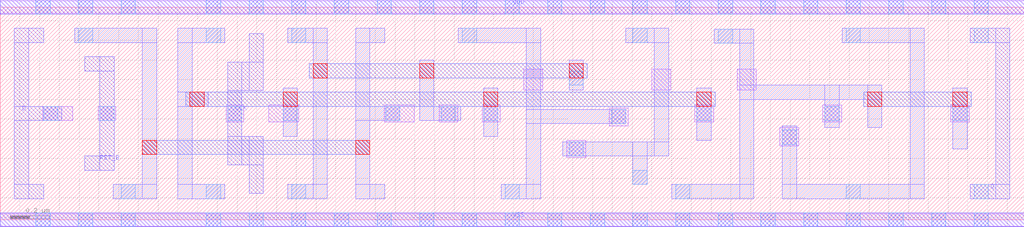
<source format=lef>
VERSION 5.7 ;
BUSBITCHARS "[]" ;
DIVIDERCHAR "/" ;

MACRO synch_reset_b
  ORIGIN 0 -0.088 ;
  FOREIGN synch_reset_b 0 0.088 ;
  SIZE 5.184 BY 1.08 ;
  SYMMETRY X Y ;
  SITE core ;
  PIN VDD
    DIRECTION INOUT ;
    USE POWER ;
    SHAPE ABUTMENT ;
    PORT
      LAYER M1 ;
        RECT 0 1.132 5.184 1.204 ;
    END
  END VDD
  PIN VSS
    DIRECTION INOUT ;
    USE GROUND ;
    SHAPE ABUTMENT ;
    PORT
      LAYER M1 ;
        RECT 0 0.052 5.184 0.124 ;
    END
  END VSS
  PIN CLK
    DIRECTION INPUT ;
    USE SIGNAL ;
    PORT
      LAYER M1 ;
        RECT 1.26 0.744 1.332 1.032 ;
        RECT 1.152 0.368 1.332 0.512 ;
        RECT 1.26 0.224 1.332 0.512 ;
        RECT 1.152 0.744 1.332 0.888 ;
        RECT 1.152 0.368 1.224 0.888 ;
    END
  END CLK
  PIN D
    DIRECTION INPUT ;
    USE SIGNAL ;
    PORT
      LAYER M1 ;
        RECT 0.072 0.592 0.312 0.664 ;
        RECT 0.072 0.988 0.22 1.06 ;
        RECT 0.072 0.196 0.22 0.268 ;
        RECT 0.072 0.196 0.144 1.06 ;
    END
  END D
  PIN Q
    DIRECTION INPUT ;
    USE SIGNAL ;
    PORT
      LAYER M1 ;
        RECT 4.912 0.988 5.112 1.06 ;
        RECT 5.04 0.196 5.112 1.06 ;
        RECT 4.912 0.196 5.112 0.268 ;
    END
  END Q
  PIN RST_B
    DIRECTION INPUT ;
    USE SIGNAL ;
    PORT
      LAYER M1 ;
        RECT 0.428 0.844 0.576 0.916 ;
        RECT 0.504 0.34 0.576 0.916 ;
        RECT 0.428 0.34 0.576 0.412 ;
    END
  END RST_B
  OBS
    LAYER LIG ;
      RECT 0 0.056 5.184 0.12 ;
      RECT 0 1.136 5.184 1.2 ;
      RECT 4.812 0.584 4.908 0.672 ;
      RECT 4.164 0.584 4.26 0.672 ;
      RECT 3.948 0.464 4.044 0.556 ;
      RECT 3.732 0.748 3.828 0.852 ;
      RECT 3.516 0.584 3.612 0.672 ;
      RECT 3.3 0.748 3.396 0.852 ;
      RECT 3.084 0.564 3.18 0.656 ;
      RECT 2.868 0.404 2.964 0.492 ;
      RECT 2.652 0.748 2.748 0.852 ;
      RECT 2.44 0.584 2.532 0.672 ;
      RECT 2.224 0.584 2.316 0.672 ;
      RECT 1.944 0.584 2.096 0.672 ;
      RECT 1.36 0.584 1.512 0.672 ;
      RECT 1.144 0.584 1.232 0.672 ;
      RECT 0.496 0.592 0.584 0.664 ;
      RECT 0.216 0.592 0.368 0.664 ;
    LAYER V0 ;
      RECT 4.932 0.052 5.004 0.124 ;
      RECT 4.932 0.196 5.004 0.268 ;
      RECT 4.932 0.988 5.004 1.06 ;
      RECT 4.932 1.132 5.004 1.204 ;
      RECT 4.824 0.592 4.896 0.664 ;
      RECT 4.716 0.052 4.788 0.124 ;
      RECT 4.716 1.132 4.788 1.204 ;
      RECT 4.5 0.052 4.572 0.124 ;
      RECT 4.5 1.132 4.572 1.204 ;
      RECT 4.284 0.052 4.356 0.124 ;
      RECT 4.284 0.196 4.356 0.268 ;
      RECT 4.284 0.988 4.356 1.06 ;
      RECT 4.284 1.132 4.356 1.204 ;
      RECT 4.176 0.592 4.248 0.664 ;
      RECT 4.068 0.052 4.14 0.124 ;
      RECT 4.068 1.132 4.14 1.204 ;
      RECT 3.96 0.472 4.032 0.544 ;
      RECT 3.852 0.052 3.924 0.124 ;
      RECT 3.852 1.132 3.924 1.204 ;
      RECT 3.636 0.052 3.708 0.124 ;
      RECT 3.636 0.984 3.708 1.056 ;
      RECT 3.636 1.132 3.708 1.204 ;
      RECT 3.528 0.592 3.6 0.664 ;
      RECT 3.42 0.052 3.492 0.124 ;
      RECT 3.42 0.196 3.492 0.268 ;
      RECT 3.42 1.132 3.492 1.204 ;
      RECT 3.204 0.052 3.276 0.124 ;
      RECT 3.204 0.268 3.276 0.34 ;
      RECT 3.204 0.988 3.276 1.06 ;
      RECT 3.204 1.132 3.276 1.204 ;
      RECT 3.096 0.576 3.168 0.648 ;
      RECT 2.988 0.052 3.06 0.124 ;
      RECT 2.988 1.132 3.06 1.204 ;
      RECT 2.88 0.412 2.952 0.484 ;
      RECT 2.88 0.772 2.952 0.844 ;
      RECT 2.772 0.052 2.844 0.124 ;
      RECT 2.772 1.132 2.844 1.204 ;
      RECT 2.556 0.052 2.628 0.124 ;
      RECT 2.556 0.196 2.628 0.268 ;
      RECT 2.556 1.132 2.628 1.204 ;
      RECT 2.448 0.592 2.52 0.664 ;
      RECT 2.34 0.052 2.412 0.124 ;
      RECT 2.34 0.988 2.412 1.06 ;
      RECT 2.34 1.132 2.412 1.204 ;
      RECT 2.232 0.592 2.304 0.664 ;
      RECT 2.124 0.052 2.196 0.124 ;
      RECT 2.124 1.132 2.196 1.204 ;
      RECT 1.952 0.592 2.024 0.664 ;
      RECT 1.908 0.052 1.98 0.124 ;
      RECT 1.908 1.132 1.98 1.204 ;
      RECT 1.692 0.052 1.764 0.124 ;
      RECT 1.692 1.132 1.764 1.204 ;
      RECT 1.476 0.052 1.548 0.124 ;
      RECT 1.476 0.196 1.548 0.268 ;
      RECT 1.476 0.988 1.548 1.06 ;
      RECT 1.476 1.132 1.548 1.204 ;
      RECT 1.432 0.592 1.504 0.664 ;
      RECT 1.26 0.052 1.332 0.124 ;
      RECT 1.26 1.132 1.332 1.204 ;
      RECT 1.152 0.592 1.224 0.664 ;
      RECT 1.044 0.052 1.116 0.124 ;
      RECT 1.044 0.196 1.116 0.268 ;
      RECT 1.044 0.988 1.116 1.06 ;
      RECT 1.044 1.132 1.116 1.204 ;
      RECT 0.612 0.052 0.684 0.124 ;
      RECT 0.612 0.196 0.684 0.268 ;
      RECT 0.612 1.132 0.684 1.204 ;
      RECT 0.504 0.592 0.576 0.664 ;
      RECT 0.396 0.052 0.468 0.124 ;
      RECT 0.396 0.988 0.468 1.06 ;
      RECT 0.396 1.132 0.468 1.204 ;
      RECT 0.22 0.592 0.292 0.664 ;
      RECT 0.18 0.052 0.252 0.124 ;
      RECT 0.18 1.132 0.252 1.204 ;
    LAYER M1 ;
      RECT 4.264 0.988 4.68 1.06 ;
      RECT 4.608 0.196 4.68 1.06 ;
      RECT 3.96 0.196 4.032 0.564 ;
      RECT 3.96 0.196 4.68 0.268 ;
      RECT 3.616 0.984 3.816 1.056 ;
      RECT 3.744 0.196 3.816 1.056 ;
      RECT 3.744 0.7 4.464 0.772 ;
      RECT 4.392 0.556 4.464 0.772 ;
      RECT 4.176 0.556 4.248 0.772 ;
      RECT 3.4 0.196 3.816 0.268 ;
      RECT 3.168 0.988 3.384 1.06 ;
      RECT 3.312 0.412 3.384 1.06 ;
      RECT 2.848 0.412 3.384 0.484 ;
      RECT 3.204 0.268 3.276 0.484 ;
      RECT 2.32 0.988 2.736 1.06 ;
      RECT 2.664 0.196 2.736 1.06 ;
      RECT 2.664 0.576 3.168 0.648 ;
      RECT 2.536 0.196 2.736 0.268 ;
      RECT 2.124 0.592 2.196 0.9 ;
      RECT 2.124 0.592 2.332 0.664 ;
      RECT 1.8 0.988 1.948 1.06 ;
      RECT 1.8 0.196 1.872 1.06 ;
      RECT 1.8 0.592 2.024 0.664 ;
      RECT 1.8 0.196 1.948 0.268 ;
      RECT 1.456 0.988 1.656 1.06 ;
      RECT 1.584 0.196 1.656 1.06 ;
      RECT 1.456 0.196 1.656 0.268 ;
      RECT 0.9 0.988 1.136 1.06 ;
      RECT 0.9 0.196 0.972 1.06 ;
      RECT 0.9 0.664 1.052 0.736 ;
      RECT 0.9 0.196 1.136 0.268 ;
      RECT 0.376 0.988 0.792 1.06 ;
      RECT 0.72 0.196 0.792 1.06 ;
      RECT 0.572 0.196 0.792 0.268 ;
      RECT 4.824 0.448 4.896 0.756 ;
      RECT 3.528 0.492 3.6 0.756 ;
      RECT 2.88 0.748 2.952 0.9 ;
      RECT 2.448 0.512 2.52 0.756 ;
      RECT 1.432 0.512 1.504 0.756 ;
    LAYER M2 ;
      RECT 4.372 0.664 4.916 0.736 ;
      RECT 0.94 0.664 3.62 0.736 ;
      RECT 1.564 0.808 2.972 0.88 ;
      RECT 0.72 0.42 1.872 0.492 ;
    LAYER V1 ;
      RECT 4.824 0.664 4.896 0.736 ;
      RECT 4.392 0.664 4.464 0.736 ;
      RECT 3.528 0.664 3.6 0.736 ;
      RECT 2.88 0.808 2.952 0.88 ;
      RECT 2.448 0.664 2.52 0.736 ;
      RECT 2.124 0.808 2.196 0.88 ;
      RECT 1.8 0.42 1.872 0.492 ;
      RECT 1.584 0.808 1.656 0.88 ;
      RECT 1.432 0.664 1.504 0.736 ;
      RECT 0.96 0.664 1.032 0.736 ;
      RECT 0.72 0.42 0.792 0.492 ;
  END
END synch_reset_b

END LIBRARY

</source>
